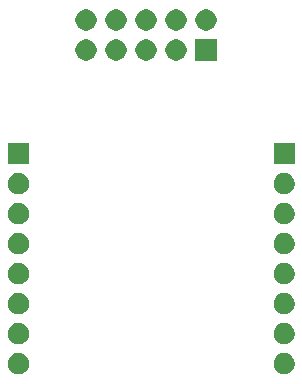
<source format=gbr>
G04 #@! TF.GenerationSoftware,KiCad,Pcbnew,5.1.5-1.fc31*
G04 #@! TF.CreationDate,2020-04-10T18:01:58-07:00*
G04 #@! TF.ProjectId,AdapterBoard,41646170-7465-4724-926f-6172642e6b69,rev?*
G04 #@! TF.SameCoordinates,Original*
G04 #@! TF.FileFunction,Soldermask,Bot*
G04 #@! TF.FilePolarity,Negative*
%FSLAX46Y46*%
G04 Gerber Fmt 4.6, Leading zero omitted, Abs format (unit mm)*
G04 Created by KiCad (PCBNEW 5.1.5-1.fc31) date 2020-04-10 18:01:58*
%MOMM*%
%LPD*%
G04 APERTURE LIST*
%ADD10C,0.100000*%
G04 APERTURE END LIST*
D10*
G36*
X157613512Y-77723927D02*
G01*
X157762812Y-77753624D01*
X157926784Y-77821544D01*
X158074354Y-77920147D01*
X158199853Y-78045646D01*
X158298456Y-78193216D01*
X158366376Y-78357188D01*
X158401000Y-78531259D01*
X158401000Y-78708741D01*
X158366376Y-78882812D01*
X158298456Y-79046784D01*
X158199853Y-79194354D01*
X158074354Y-79319853D01*
X157926784Y-79418456D01*
X157762812Y-79486376D01*
X157613512Y-79516073D01*
X157588742Y-79521000D01*
X157411258Y-79521000D01*
X157386488Y-79516073D01*
X157237188Y-79486376D01*
X157073216Y-79418456D01*
X156925646Y-79319853D01*
X156800147Y-79194354D01*
X156701544Y-79046784D01*
X156633624Y-78882812D01*
X156599000Y-78708741D01*
X156599000Y-78531259D01*
X156633624Y-78357188D01*
X156701544Y-78193216D01*
X156800147Y-78045646D01*
X156925646Y-77920147D01*
X157073216Y-77821544D01*
X157237188Y-77753624D01*
X157386488Y-77723927D01*
X157411258Y-77719000D01*
X157588742Y-77719000D01*
X157613512Y-77723927D01*
G37*
G36*
X135113512Y-77723927D02*
G01*
X135262812Y-77753624D01*
X135426784Y-77821544D01*
X135574354Y-77920147D01*
X135699853Y-78045646D01*
X135798456Y-78193216D01*
X135866376Y-78357188D01*
X135901000Y-78531259D01*
X135901000Y-78708741D01*
X135866376Y-78882812D01*
X135798456Y-79046784D01*
X135699853Y-79194354D01*
X135574354Y-79319853D01*
X135426784Y-79418456D01*
X135262812Y-79486376D01*
X135113512Y-79516073D01*
X135088742Y-79521000D01*
X134911258Y-79521000D01*
X134886488Y-79516073D01*
X134737188Y-79486376D01*
X134573216Y-79418456D01*
X134425646Y-79319853D01*
X134300147Y-79194354D01*
X134201544Y-79046784D01*
X134133624Y-78882812D01*
X134099000Y-78708741D01*
X134099000Y-78531259D01*
X134133624Y-78357188D01*
X134201544Y-78193216D01*
X134300147Y-78045646D01*
X134425646Y-77920147D01*
X134573216Y-77821544D01*
X134737188Y-77753624D01*
X134886488Y-77723927D01*
X134911258Y-77719000D01*
X135088742Y-77719000D01*
X135113512Y-77723927D01*
G37*
G36*
X135113512Y-75183927D02*
G01*
X135262812Y-75213624D01*
X135426784Y-75281544D01*
X135574354Y-75380147D01*
X135699853Y-75505646D01*
X135798456Y-75653216D01*
X135866376Y-75817188D01*
X135901000Y-75991259D01*
X135901000Y-76168741D01*
X135866376Y-76342812D01*
X135798456Y-76506784D01*
X135699853Y-76654354D01*
X135574354Y-76779853D01*
X135426784Y-76878456D01*
X135262812Y-76946376D01*
X135113512Y-76976073D01*
X135088742Y-76981000D01*
X134911258Y-76981000D01*
X134886488Y-76976073D01*
X134737188Y-76946376D01*
X134573216Y-76878456D01*
X134425646Y-76779853D01*
X134300147Y-76654354D01*
X134201544Y-76506784D01*
X134133624Y-76342812D01*
X134099000Y-76168741D01*
X134099000Y-75991259D01*
X134133624Y-75817188D01*
X134201544Y-75653216D01*
X134300147Y-75505646D01*
X134425646Y-75380147D01*
X134573216Y-75281544D01*
X134737188Y-75213624D01*
X134886488Y-75183927D01*
X134911258Y-75179000D01*
X135088742Y-75179000D01*
X135113512Y-75183927D01*
G37*
G36*
X157613512Y-75183927D02*
G01*
X157762812Y-75213624D01*
X157926784Y-75281544D01*
X158074354Y-75380147D01*
X158199853Y-75505646D01*
X158298456Y-75653216D01*
X158366376Y-75817188D01*
X158401000Y-75991259D01*
X158401000Y-76168741D01*
X158366376Y-76342812D01*
X158298456Y-76506784D01*
X158199853Y-76654354D01*
X158074354Y-76779853D01*
X157926784Y-76878456D01*
X157762812Y-76946376D01*
X157613512Y-76976073D01*
X157588742Y-76981000D01*
X157411258Y-76981000D01*
X157386488Y-76976073D01*
X157237188Y-76946376D01*
X157073216Y-76878456D01*
X156925646Y-76779853D01*
X156800147Y-76654354D01*
X156701544Y-76506784D01*
X156633624Y-76342812D01*
X156599000Y-76168741D01*
X156599000Y-75991259D01*
X156633624Y-75817188D01*
X156701544Y-75653216D01*
X156800147Y-75505646D01*
X156925646Y-75380147D01*
X157073216Y-75281544D01*
X157237188Y-75213624D01*
X157386488Y-75183927D01*
X157411258Y-75179000D01*
X157588742Y-75179000D01*
X157613512Y-75183927D01*
G37*
G36*
X157613512Y-72643927D02*
G01*
X157762812Y-72673624D01*
X157926784Y-72741544D01*
X158074354Y-72840147D01*
X158199853Y-72965646D01*
X158298456Y-73113216D01*
X158366376Y-73277188D01*
X158401000Y-73451259D01*
X158401000Y-73628741D01*
X158366376Y-73802812D01*
X158298456Y-73966784D01*
X158199853Y-74114354D01*
X158074354Y-74239853D01*
X157926784Y-74338456D01*
X157762812Y-74406376D01*
X157613512Y-74436073D01*
X157588742Y-74441000D01*
X157411258Y-74441000D01*
X157386488Y-74436073D01*
X157237188Y-74406376D01*
X157073216Y-74338456D01*
X156925646Y-74239853D01*
X156800147Y-74114354D01*
X156701544Y-73966784D01*
X156633624Y-73802812D01*
X156599000Y-73628741D01*
X156599000Y-73451259D01*
X156633624Y-73277188D01*
X156701544Y-73113216D01*
X156800147Y-72965646D01*
X156925646Y-72840147D01*
X157073216Y-72741544D01*
X157237188Y-72673624D01*
X157386488Y-72643927D01*
X157411258Y-72639000D01*
X157588742Y-72639000D01*
X157613512Y-72643927D01*
G37*
G36*
X135113512Y-72643927D02*
G01*
X135262812Y-72673624D01*
X135426784Y-72741544D01*
X135574354Y-72840147D01*
X135699853Y-72965646D01*
X135798456Y-73113216D01*
X135866376Y-73277188D01*
X135901000Y-73451259D01*
X135901000Y-73628741D01*
X135866376Y-73802812D01*
X135798456Y-73966784D01*
X135699853Y-74114354D01*
X135574354Y-74239853D01*
X135426784Y-74338456D01*
X135262812Y-74406376D01*
X135113512Y-74436073D01*
X135088742Y-74441000D01*
X134911258Y-74441000D01*
X134886488Y-74436073D01*
X134737188Y-74406376D01*
X134573216Y-74338456D01*
X134425646Y-74239853D01*
X134300147Y-74114354D01*
X134201544Y-73966784D01*
X134133624Y-73802812D01*
X134099000Y-73628741D01*
X134099000Y-73451259D01*
X134133624Y-73277188D01*
X134201544Y-73113216D01*
X134300147Y-72965646D01*
X134425646Y-72840147D01*
X134573216Y-72741544D01*
X134737188Y-72673624D01*
X134886488Y-72643927D01*
X134911258Y-72639000D01*
X135088742Y-72639000D01*
X135113512Y-72643927D01*
G37*
G36*
X135113512Y-70103927D02*
G01*
X135262812Y-70133624D01*
X135426784Y-70201544D01*
X135574354Y-70300147D01*
X135699853Y-70425646D01*
X135798456Y-70573216D01*
X135866376Y-70737188D01*
X135901000Y-70911259D01*
X135901000Y-71088741D01*
X135866376Y-71262812D01*
X135798456Y-71426784D01*
X135699853Y-71574354D01*
X135574354Y-71699853D01*
X135426784Y-71798456D01*
X135262812Y-71866376D01*
X135113512Y-71896073D01*
X135088742Y-71901000D01*
X134911258Y-71901000D01*
X134886488Y-71896073D01*
X134737188Y-71866376D01*
X134573216Y-71798456D01*
X134425646Y-71699853D01*
X134300147Y-71574354D01*
X134201544Y-71426784D01*
X134133624Y-71262812D01*
X134099000Y-71088741D01*
X134099000Y-70911259D01*
X134133624Y-70737188D01*
X134201544Y-70573216D01*
X134300147Y-70425646D01*
X134425646Y-70300147D01*
X134573216Y-70201544D01*
X134737188Y-70133624D01*
X134886488Y-70103927D01*
X134911258Y-70099000D01*
X135088742Y-70099000D01*
X135113512Y-70103927D01*
G37*
G36*
X157613512Y-70103927D02*
G01*
X157762812Y-70133624D01*
X157926784Y-70201544D01*
X158074354Y-70300147D01*
X158199853Y-70425646D01*
X158298456Y-70573216D01*
X158366376Y-70737188D01*
X158401000Y-70911259D01*
X158401000Y-71088741D01*
X158366376Y-71262812D01*
X158298456Y-71426784D01*
X158199853Y-71574354D01*
X158074354Y-71699853D01*
X157926784Y-71798456D01*
X157762812Y-71866376D01*
X157613512Y-71896073D01*
X157588742Y-71901000D01*
X157411258Y-71901000D01*
X157386488Y-71896073D01*
X157237188Y-71866376D01*
X157073216Y-71798456D01*
X156925646Y-71699853D01*
X156800147Y-71574354D01*
X156701544Y-71426784D01*
X156633624Y-71262812D01*
X156599000Y-71088741D01*
X156599000Y-70911259D01*
X156633624Y-70737188D01*
X156701544Y-70573216D01*
X156800147Y-70425646D01*
X156925646Y-70300147D01*
X157073216Y-70201544D01*
X157237188Y-70133624D01*
X157386488Y-70103927D01*
X157411258Y-70099000D01*
X157588742Y-70099000D01*
X157613512Y-70103927D01*
G37*
G36*
X135113512Y-67563927D02*
G01*
X135262812Y-67593624D01*
X135426784Y-67661544D01*
X135574354Y-67760147D01*
X135699853Y-67885646D01*
X135798456Y-68033216D01*
X135866376Y-68197188D01*
X135901000Y-68371259D01*
X135901000Y-68548741D01*
X135866376Y-68722812D01*
X135798456Y-68886784D01*
X135699853Y-69034354D01*
X135574354Y-69159853D01*
X135426784Y-69258456D01*
X135262812Y-69326376D01*
X135113512Y-69356073D01*
X135088742Y-69361000D01*
X134911258Y-69361000D01*
X134886488Y-69356073D01*
X134737188Y-69326376D01*
X134573216Y-69258456D01*
X134425646Y-69159853D01*
X134300147Y-69034354D01*
X134201544Y-68886784D01*
X134133624Y-68722812D01*
X134099000Y-68548741D01*
X134099000Y-68371259D01*
X134133624Y-68197188D01*
X134201544Y-68033216D01*
X134300147Y-67885646D01*
X134425646Y-67760147D01*
X134573216Y-67661544D01*
X134737188Y-67593624D01*
X134886488Y-67563927D01*
X134911258Y-67559000D01*
X135088742Y-67559000D01*
X135113512Y-67563927D01*
G37*
G36*
X157613512Y-67563927D02*
G01*
X157762812Y-67593624D01*
X157926784Y-67661544D01*
X158074354Y-67760147D01*
X158199853Y-67885646D01*
X158298456Y-68033216D01*
X158366376Y-68197188D01*
X158401000Y-68371259D01*
X158401000Y-68548741D01*
X158366376Y-68722812D01*
X158298456Y-68886784D01*
X158199853Y-69034354D01*
X158074354Y-69159853D01*
X157926784Y-69258456D01*
X157762812Y-69326376D01*
X157613512Y-69356073D01*
X157588742Y-69361000D01*
X157411258Y-69361000D01*
X157386488Y-69356073D01*
X157237188Y-69326376D01*
X157073216Y-69258456D01*
X156925646Y-69159853D01*
X156800147Y-69034354D01*
X156701544Y-68886784D01*
X156633624Y-68722812D01*
X156599000Y-68548741D01*
X156599000Y-68371259D01*
X156633624Y-68197188D01*
X156701544Y-68033216D01*
X156800147Y-67885646D01*
X156925646Y-67760147D01*
X157073216Y-67661544D01*
X157237188Y-67593624D01*
X157386488Y-67563927D01*
X157411258Y-67559000D01*
X157588742Y-67559000D01*
X157613512Y-67563927D01*
G37*
G36*
X135113512Y-65023927D02*
G01*
X135262812Y-65053624D01*
X135426784Y-65121544D01*
X135574354Y-65220147D01*
X135699853Y-65345646D01*
X135798456Y-65493216D01*
X135866376Y-65657188D01*
X135901000Y-65831259D01*
X135901000Y-66008741D01*
X135866376Y-66182812D01*
X135798456Y-66346784D01*
X135699853Y-66494354D01*
X135574354Y-66619853D01*
X135426784Y-66718456D01*
X135262812Y-66786376D01*
X135113512Y-66816073D01*
X135088742Y-66821000D01*
X134911258Y-66821000D01*
X134886488Y-66816073D01*
X134737188Y-66786376D01*
X134573216Y-66718456D01*
X134425646Y-66619853D01*
X134300147Y-66494354D01*
X134201544Y-66346784D01*
X134133624Y-66182812D01*
X134099000Y-66008741D01*
X134099000Y-65831259D01*
X134133624Y-65657188D01*
X134201544Y-65493216D01*
X134300147Y-65345646D01*
X134425646Y-65220147D01*
X134573216Y-65121544D01*
X134737188Y-65053624D01*
X134886488Y-65023927D01*
X134911258Y-65019000D01*
X135088742Y-65019000D01*
X135113512Y-65023927D01*
G37*
G36*
X157613512Y-65023927D02*
G01*
X157762812Y-65053624D01*
X157926784Y-65121544D01*
X158074354Y-65220147D01*
X158199853Y-65345646D01*
X158298456Y-65493216D01*
X158366376Y-65657188D01*
X158401000Y-65831259D01*
X158401000Y-66008741D01*
X158366376Y-66182812D01*
X158298456Y-66346784D01*
X158199853Y-66494354D01*
X158074354Y-66619853D01*
X157926784Y-66718456D01*
X157762812Y-66786376D01*
X157613512Y-66816073D01*
X157588742Y-66821000D01*
X157411258Y-66821000D01*
X157386488Y-66816073D01*
X157237188Y-66786376D01*
X157073216Y-66718456D01*
X156925646Y-66619853D01*
X156800147Y-66494354D01*
X156701544Y-66346784D01*
X156633624Y-66182812D01*
X156599000Y-66008741D01*
X156599000Y-65831259D01*
X156633624Y-65657188D01*
X156701544Y-65493216D01*
X156800147Y-65345646D01*
X156925646Y-65220147D01*
X157073216Y-65121544D01*
X157237188Y-65053624D01*
X157386488Y-65023927D01*
X157411258Y-65019000D01*
X157588742Y-65019000D01*
X157613512Y-65023927D01*
G37*
G36*
X135113512Y-62483927D02*
G01*
X135262812Y-62513624D01*
X135426784Y-62581544D01*
X135574354Y-62680147D01*
X135699853Y-62805646D01*
X135798456Y-62953216D01*
X135866376Y-63117188D01*
X135901000Y-63291259D01*
X135901000Y-63468741D01*
X135866376Y-63642812D01*
X135798456Y-63806784D01*
X135699853Y-63954354D01*
X135574354Y-64079853D01*
X135426784Y-64178456D01*
X135262812Y-64246376D01*
X135113512Y-64276073D01*
X135088742Y-64281000D01*
X134911258Y-64281000D01*
X134886488Y-64276073D01*
X134737188Y-64246376D01*
X134573216Y-64178456D01*
X134425646Y-64079853D01*
X134300147Y-63954354D01*
X134201544Y-63806784D01*
X134133624Y-63642812D01*
X134099000Y-63468741D01*
X134099000Y-63291259D01*
X134133624Y-63117188D01*
X134201544Y-62953216D01*
X134300147Y-62805646D01*
X134425646Y-62680147D01*
X134573216Y-62581544D01*
X134737188Y-62513624D01*
X134886488Y-62483927D01*
X134911258Y-62479000D01*
X135088742Y-62479000D01*
X135113512Y-62483927D01*
G37*
G36*
X157613512Y-62483927D02*
G01*
X157762812Y-62513624D01*
X157926784Y-62581544D01*
X158074354Y-62680147D01*
X158199853Y-62805646D01*
X158298456Y-62953216D01*
X158366376Y-63117188D01*
X158401000Y-63291259D01*
X158401000Y-63468741D01*
X158366376Y-63642812D01*
X158298456Y-63806784D01*
X158199853Y-63954354D01*
X158074354Y-64079853D01*
X157926784Y-64178456D01*
X157762812Y-64246376D01*
X157613512Y-64276073D01*
X157588742Y-64281000D01*
X157411258Y-64281000D01*
X157386488Y-64276073D01*
X157237188Y-64246376D01*
X157073216Y-64178456D01*
X156925646Y-64079853D01*
X156800147Y-63954354D01*
X156701544Y-63806784D01*
X156633624Y-63642812D01*
X156599000Y-63468741D01*
X156599000Y-63291259D01*
X156633624Y-63117188D01*
X156701544Y-62953216D01*
X156800147Y-62805646D01*
X156925646Y-62680147D01*
X157073216Y-62581544D01*
X157237188Y-62513624D01*
X157386488Y-62483927D01*
X157411258Y-62479000D01*
X157588742Y-62479000D01*
X157613512Y-62483927D01*
G37*
G36*
X135901000Y-61741000D02*
G01*
X134099000Y-61741000D01*
X134099000Y-59939000D01*
X135901000Y-59939000D01*
X135901000Y-61741000D01*
G37*
G36*
X158401000Y-61741000D02*
G01*
X156599000Y-61741000D01*
X156599000Y-59939000D01*
X158401000Y-59939000D01*
X158401000Y-61741000D01*
G37*
G36*
X145909512Y-51173927D02*
G01*
X146058812Y-51203624D01*
X146222784Y-51271544D01*
X146370354Y-51370147D01*
X146495853Y-51495646D01*
X146594456Y-51643216D01*
X146662376Y-51807188D01*
X146697000Y-51981259D01*
X146697000Y-52158741D01*
X146662376Y-52332812D01*
X146594456Y-52496784D01*
X146495853Y-52644354D01*
X146370354Y-52769853D01*
X146222784Y-52868456D01*
X146058812Y-52936376D01*
X145909512Y-52966073D01*
X145884742Y-52971000D01*
X145707258Y-52971000D01*
X145682488Y-52966073D01*
X145533188Y-52936376D01*
X145369216Y-52868456D01*
X145221646Y-52769853D01*
X145096147Y-52644354D01*
X144997544Y-52496784D01*
X144929624Y-52332812D01*
X144895000Y-52158741D01*
X144895000Y-51981259D01*
X144929624Y-51807188D01*
X144997544Y-51643216D01*
X145096147Y-51495646D01*
X145221646Y-51370147D01*
X145369216Y-51271544D01*
X145533188Y-51203624D01*
X145682488Y-51173927D01*
X145707258Y-51169000D01*
X145884742Y-51169000D01*
X145909512Y-51173927D01*
G37*
G36*
X151777000Y-52971000D02*
G01*
X149975000Y-52971000D01*
X149975000Y-51169000D01*
X151777000Y-51169000D01*
X151777000Y-52971000D01*
G37*
G36*
X148449512Y-51173927D02*
G01*
X148598812Y-51203624D01*
X148762784Y-51271544D01*
X148910354Y-51370147D01*
X149035853Y-51495646D01*
X149134456Y-51643216D01*
X149202376Y-51807188D01*
X149237000Y-51981259D01*
X149237000Y-52158741D01*
X149202376Y-52332812D01*
X149134456Y-52496784D01*
X149035853Y-52644354D01*
X148910354Y-52769853D01*
X148762784Y-52868456D01*
X148598812Y-52936376D01*
X148449512Y-52966073D01*
X148424742Y-52971000D01*
X148247258Y-52971000D01*
X148222488Y-52966073D01*
X148073188Y-52936376D01*
X147909216Y-52868456D01*
X147761646Y-52769853D01*
X147636147Y-52644354D01*
X147537544Y-52496784D01*
X147469624Y-52332812D01*
X147435000Y-52158741D01*
X147435000Y-51981259D01*
X147469624Y-51807188D01*
X147537544Y-51643216D01*
X147636147Y-51495646D01*
X147761646Y-51370147D01*
X147909216Y-51271544D01*
X148073188Y-51203624D01*
X148222488Y-51173927D01*
X148247258Y-51169000D01*
X148424742Y-51169000D01*
X148449512Y-51173927D01*
G37*
G36*
X143369512Y-51173927D02*
G01*
X143518812Y-51203624D01*
X143682784Y-51271544D01*
X143830354Y-51370147D01*
X143955853Y-51495646D01*
X144054456Y-51643216D01*
X144122376Y-51807188D01*
X144157000Y-51981259D01*
X144157000Y-52158741D01*
X144122376Y-52332812D01*
X144054456Y-52496784D01*
X143955853Y-52644354D01*
X143830354Y-52769853D01*
X143682784Y-52868456D01*
X143518812Y-52936376D01*
X143369512Y-52966073D01*
X143344742Y-52971000D01*
X143167258Y-52971000D01*
X143142488Y-52966073D01*
X142993188Y-52936376D01*
X142829216Y-52868456D01*
X142681646Y-52769853D01*
X142556147Y-52644354D01*
X142457544Y-52496784D01*
X142389624Y-52332812D01*
X142355000Y-52158741D01*
X142355000Y-51981259D01*
X142389624Y-51807188D01*
X142457544Y-51643216D01*
X142556147Y-51495646D01*
X142681646Y-51370147D01*
X142829216Y-51271544D01*
X142993188Y-51203624D01*
X143142488Y-51173927D01*
X143167258Y-51169000D01*
X143344742Y-51169000D01*
X143369512Y-51173927D01*
G37*
G36*
X140829512Y-51173927D02*
G01*
X140978812Y-51203624D01*
X141142784Y-51271544D01*
X141290354Y-51370147D01*
X141415853Y-51495646D01*
X141514456Y-51643216D01*
X141582376Y-51807188D01*
X141617000Y-51981259D01*
X141617000Y-52158741D01*
X141582376Y-52332812D01*
X141514456Y-52496784D01*
X141415853Y-52644354D01*
X141290354Y-52769853D01*
X141142784Y-52868456D01*
X140978812Y-52936376D01*
X140829512Y-52966073D01*
X140804742Y-52971000D01*
X140627258Y-52971000D01*
X140602488Y-52966073D01*
X140453188Y-52936376D01*
X140289216Y-52868456D01*
X140141646Y-52769853D01*
X140016147Y-52644354D01*
X139917544Y-52496784D01*
X139849624Y-52332812D01*
X139815000Y-52158741D01*
X139815000Y-51981259D01*
X139849624Y-51807188D01*
X139917544Y-51643216D01*
X140016147Y-51495646D01*
X140141646Y-51370147D01*
X140289216Y-51271544D01*
X140453188Y-51203624D01*
X140602488Y-51173927D01*
X140627258Y-51169000D01*
X140804742Y-51169000D01*
X140829512Y-51173927D01*
G37*
G36*
X140829512Y-48633927D02*
G01*
X140978812Y-48663624D01*
X141142784Y-48731544D01*
X141290354Y-48830147D01*
X141415853Y-48955646D01*
X141514456Y-49103216D01*
X141582376Y-49267188D01*
X141617000Y-49441259D01*
X141617000Y-49618741D01*
X141582376Y-49792812D01*
X141514456Y-49956784D01*
X141415853Y-50104354D01*
X141290354Y-50229853D01*
X141142784Y-50328456D01*
X140978812Y-50396376D01*
X140829512Y-50426073D01*
X140804742Y-50431000D01*
X140627258Y-50431000D01*
X140602488Y-50426073D01*
X140453188Y-50396376D01*
X140289216Y-50328456D01*
X140141646Y-50229853D01*
X140016147Y-50104354D01*
X139917544Y-49956784D01*
X139849624Y-49792812D01*
X139815000Y-49618741D01*
X139815000Y-49441259D01*
X139849624Y-49267188D01*
X139917544Y-49103216D01*
X140016147Y-48955646D01*
X140141646Y-48830147D01*
X140289216Y-48731544D01*
X140453188Y-48663624D01*
X140602488Y-48633927D01*
X140627258Y-48629000D01*
X140804742Y-48629000D01*
X140829512Y-48633927D01*
G37*
G36*
X148449512Y-48633927D02*
G01*
X148598812Y-48663624D01*
X148762784Y-48731544D01*
X148910354Y-48830147D01*
X149035853Y-48955646D01*
X149134456Y-49103216D01*
X149202376Y-49267188D01*
X149237000Y-49441259D01*
X149237000Y-49618741D01*
X149202376Y-49792812D01*
X149134456Y-49956784D01*
X149035853Y-50104354D01*
X148910354Y-50229853D01*
X148762784Y-50328456D01*
X148598812Y-50396376D01*
X148449512Y-50426073D01*
X148424742Y-50431000D01*
X148247258Y-50431000D01*
X148222488Y-50426073D01*
X148073188Y-50396376D01*
X147909216Y-50328456D01*
X147761646Y-50229853D01*
X147636147Y-50104354D01*
X147537544Y-49956784D01*
X147469624Y-49792812D01*
X147435000Y-49618741D01*
X147435000Y-49441259D01*
X147469624Y-49267188D01*
X147537544Y-49103216D01*
X147636147Y-48955646D01*
X147761646Y-48830147D01*
X147909216Y-48731544D01*
X148073188Y-48663624D01*
X148222488Y-48633927D01*
X148247258Y-48629000D01*
X148424742Y-48629000D01*
X148449512Y-48633927D01*
G37*
G36*
X145909512Y-48633927D02*
G01*
X146058812Y-48663624D01*
X146222784Y-48731544D01*
X146370354Y-48830147D01*
X146495853Y-48955646D01*
X146594456Y-49103216D01*
X146662376Y-49267188D01*
X146697000Y-49441259D01*
X146697000Y-49618741D01*
X146662376Y-49792812D01*
X146594456Y-49956784D01*
X146495853Y-50104354D01*
X146370354Y-50229853D01*
X146222784Y-50328456D01*
X146058812Y-50396376D01*
X145909512Y-50426073D01*
X145884742Y-50431000D01*
X145707258Y-50431000D01*
X145682488Y-50426073D01*
X145533188Y-50396376D01*
X145369216Y-50328456D01*
X145221646Y-50229853D01*
X145096147Y-50104354D01*
X144997544Y-49956784D01*
X144929624Y-49792812D01*
X144895000Y-49618741D01*
X144895000Y-49441259D01*
X144929624Y-49267188D01*
X144997544Y-49103216D01*
X145096147Y-48955646D01*
X145221646Y-48830147D01*
X145369216Y-48731544D01*
X145533188Y-48663624D01*
X145682488Y-48633927D01*
X145707258Y-48629000D01*
X145884742Y-48629000D01*
X145909512Y-48633927D01*
G37*
G36*
X150989512Y-48633927D02*
G01*
X151138812Y-48663624D01*
X151302784Y-48731544D01*
X151450354Y-48830147D01*
X151575853Y-48955646D01*
X151674456Y-49103216D01*
X151742376Y-49267188D01*
X151777000Y-49441259D01*
X151777000Y-49618741D01*
X151742376Y-49792812D01*
X151674456Y-49956784D01*
X151575853Y-50104354D01*
X151450354Y-50229853D01*
X151302784Y-50328456D01*
X151138812Y-50396376D01*
X150989512Y-50426073D01*
X150964742Y-50431000D01*
X150787258Y-50431000D01*
X150762488Y-50426073D01*
X150613188Y-50396376D01*
X150449216Y-50328456D01*
X150301646Y-50229853D01*
X150176147Y-50104354D01*
X150077544Y-49956784D01*
X150009624Y-49792812D01*
X149975000Y-49618741D01*
X149975000Y-49441259D01*
X150009624Y-49267188D01*
X150077544Y-49103216D01*
X150176147Y-48955646D01*
X150301646Y-48830147D01*
X150449216Y-48731544D01*
X150613188Y-48663624D01*
X150762488Y-48633927D01*
X150787258Y-48629000D01*
X150964742Y-48629000D01*
X150989512Y-48633927D01*
G37*
G36*
X143369512Y-48633927D02*
G01*
X143518812Y-48663624D01*
X143682784Y-48731544D01*
X143830354Y-48830147D01*
X143955853Y-48955646D01*
X144054456Y-49103216D01*
X144122376Y-49267188D01*
X144157000Y-49441259D01*
X144157000Y-49618741D01*
X144122376Y-49792812D01*
X144054456Y-49956784D01*
X143955853Y-50104354D01*
X143830354Y-50229853D01*
X143682784Y-50328456D01*
X143518812Y-50396376D01*
X143369512Y-50426073D01*
X143344742Y-50431000D01*
X143167258Y-50431000D01*
X143142488Y-50426073D01*
X142993188Y-50396376D01*
X142829216Y-50328456D01*
X142681646Y-50229853D01*
X142556147Y-50104354D01*
X142457544Y-49956784D01*
X142389624Y-49792812D01*
X142355000Y-49618741D01*
X142355000Y-49441259D01*
X142389624Y-49267188D01*
X142457544Y-49103216D01*
X142556147Y-48955646D01*
X142681646Y-48830147D01*
X142829216Y-48731544D01*
X142993188Y-48663624D01*
X143142488Y-48633927D01*
X143167258Y-48629000D01*
X143344742Y-48629000D01*
X143369512Y-48633927D01*
G37*
M02*

</source>
